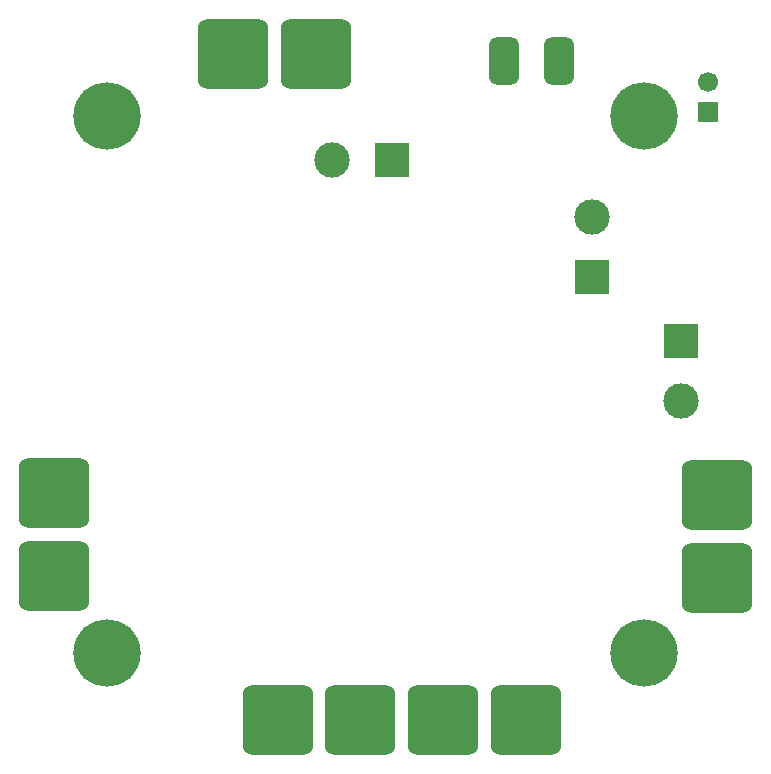
<source format=gbr>
%TF.GenerationSoftware,KiCad,Pcbnew,9.0.5*%
%TF.CreationDate,2025-12-11T06:11:38-03:00*%
%TF.ProjectId,stage power dron_v1,73746167-6520-4706-9f77-65722064726f,rev?*%
%TF.SameCoordinates,Original*%
%TF.FileFunction,Soldermask,Bot*%
%TF.FilePolarity,Negative*%
%FSLAX46Y46*%
G04 Gerber Fmt 4.6, Leading zero omitted, Abs format (unit mm)*
G04 Created by KiCad (PCBNEW 9.0.5) date 2025-12-11 06:11:38*
%MOMM*%
%LPD*%
G01*
G04 APERTURE LIST*
G04 Aperture macros list*
%AMRoundRect*
0 Rectangle with rounded corners*
0 $1 Rounding radius*
0 $2 $3 $4 $5 $6 $7 $8 $9 X,Y pos of 4 corners*
0 Add a 4 corners polygon primitive as box body*
4,1,4,$2,$3,$4,$5,$6,$7,$8,$9,$2,$3,0*
0 Add four circle primitives for the rounded corners*
1,1,$1+$1,$2,$3*
1,1,$1+$1,$4,$5*
1,1,$1+$1,$6,$7*
1,1,$1+$1,$8,$9*
0 Add four rect primitives between the rounded corners*
20,1,$1+$1,$2,$3,$4,$5,0*
20,1,$1+$1,$4,$5,$6,$7,0*
20,1,$1+$1,$6,$7,$8,$9,0*
20,1,$1+$1,$8,$9,$2,$3,0*%
G04 Aperture macros list end*
%ADD10RoundRect,0.900000X2.100000X2.100000X-2.100000X2.100000X-2.100000X-2.100000X2.100000X-2.100000X0*%
%ADD11RoundRect,0.650000X-0.650000X-1.350000X0.650000X-1.350000X0.650000X1.350000X-0.650000X1.350000X0*%
%ADD12RoundRect,0.900000X-2.100000X2.100000X-2.100000X-2.100000X2.100000X-2.100000X2.100000X2.100000X0*%
%ADD13C,5.700000*%
%ADD14R,3.000000X3.000000*%
%ADD15C,3.000000*%
%ADD16R,1.700000X1.700000*%
%ADD17C,1.700000*%
%ADD18RoundRect,0.900000X2.100000X-2.100000X2.100000X2.100000X-2.100000X2.100000X-2.100000X-2.100000X0*%
G04 APERTURE END LIST*
D10*
%TO.C,J3*%
X112310000Y-89880000D03*
X112310000Y-82880000D03*
%TD*%
D11*
%TO.C,SW1*%
X150420000Y-46305000D03*
X155120000Y-46305000D03*
%TD*%
D12*
%TO.C,J2*%
X134477385Y-45698998D03*
X127477385Y-45698998D03*
%TD*%
D13*
%TO.C,H1*%
X162255178Y-50990734D03*
%TD*%
%TO.C,H3*%
X162255178Y-96452703D03*
%TD*%
%TO.C,H4*%
X116795073Y-96452703D03*
%TD*%
%TO.C,H2*%
X116795073Y-50990734D03*
%TD*%
D14*
%TO.C,J7*%
X165420000Y-70020000D03*
D15*
X165420000Y-75100000D03*
%TD*%
D10*
%TO.C,J5*%
X168460000Y-90100000D03*
X168460000Y-83100000D03*
%TD*%
D16*
%TO.C,J1*%
X167690000Y-50640000D03*
D17*
X167690000Y-48100000D03*
%TD*%
D18*
%TO.C,J4*%
X145260000Y-102120000D03*
X152260000Y-102120000D03*
%TD*%
%TO.C,J8*%
X131260000Y-102120000D03*
X138260000Y-102120000D03*
%TD*%
D14*
%TO.C,J11*%
X157910000Y-64590000D03*
D15*
X157910000Y-59510000D03*
%TD*%
D14*
%TO.C,J6*%
X140930000Y-54690000D03*
D15*
X135850000Y-54690000D03*
%TD*%
M02*

</source>
